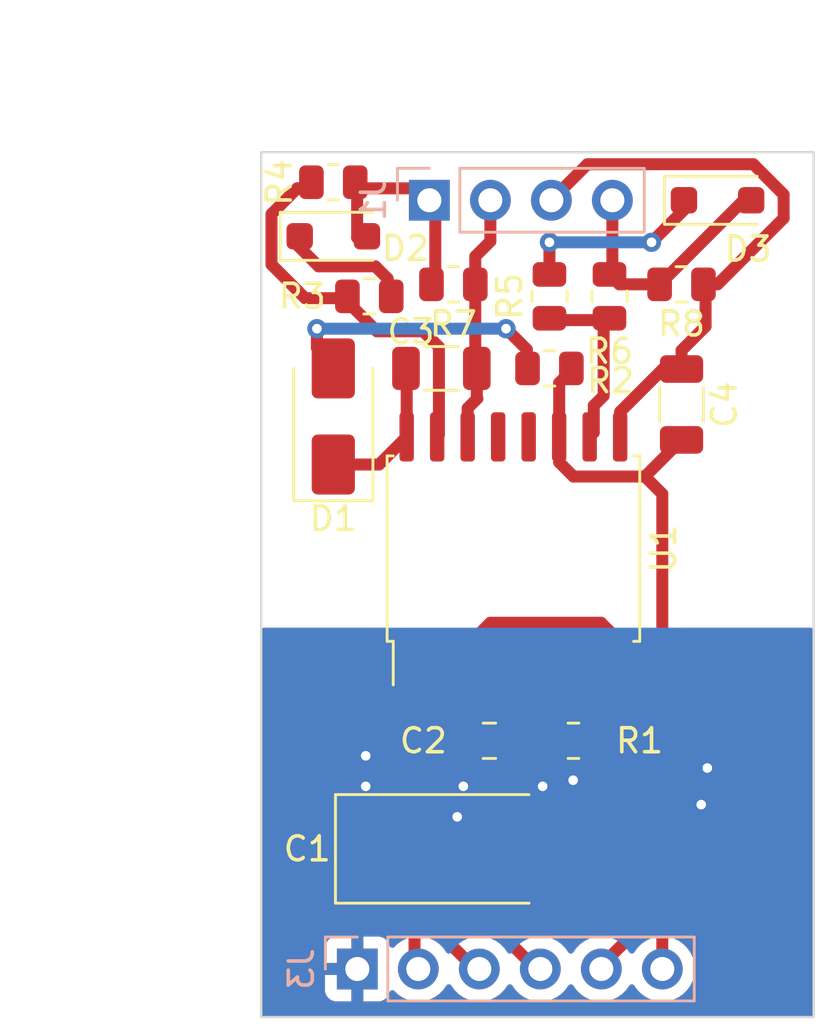
<source format=kicad_pcb>
(kicad_pcb (version 20221018) (generator pcbnew)
  (layers (0 "F.Cu" signal) (31 "B.Cu" signal) (34 "B.Paste" user) (35 "F.Paste" user) (36 "B.SilkS" user "B.Silkscreen") (37 "F.SilkS" user "F.Silkscreen") (38 "B.Mask" user) (39 "F.Mask" user) (44 "Edge.Cuts" user))
  (net 0 "")
  (net 1 "GND")
  (net 2 "+3.3V")
  (net 3 "Net-(U1-DT)")
  (net 4 "Net-(D1-K)")
  (net 5 "/PHASE")
  (net 6 "+15V")
  (net 7 "Net-(D1-A)")
  (net 8 "Net-(D2-K)")
  (net 9 "/PH")
  (net 10 "Net-(D3-K)")
  (net 11 "/PL")
  (net 12 "Net-(U1-OutA)")
  (net 13 "Net-(U1-OutB)")
  (net 14 "/H")
  (net 15 "/L")
  (net 16 "/DISABLE")
  (net 17 "PHASE_GROUND")
  (footprint "Diode_SMD:D_SOD-123F" (layer "F.Cu") (at 148 96)
    (fp_text reference "D3" (at 1.27 2.032) (layer "F.SilkS"))
    (fp_text value "DSS34")
    (fp_line (start -2.21 -1) (end -2.21 1) (stroke (width 0.12)) (layer "F.SilkS"))
    (fp_line (start -2.21 -1) (end 1.65 -1) (stroke (width 0.12)) (layer "F.SilkS"))
    (fp_line (start -2.21 1) (end 1.65 1) (stroke (width 0.12)) (layer "F.SilkS"))
    (pad "1" smd roundrect (at -1.4 0) (size 1.1 1.1) (layers "F.Cu" "F.Paste" "F.Mask") (roundrect_rratio 0.2272727273) (net 10 "Net-(D3-K)"))
    (pad "2" smd roundrect (at 1.4 0) (size 1.1 1.1) (layers "F.Cu" "F.Paste" "F.Mask") (roundrect_rratio 0.2272727273) (net 11 "/PL"))
  )
  (footprint "Package_SO:SOIC-16W_7.5x10.3mm_P1.27mm" (layer "F.Cu") (at 139.5 110.5 90)
    (fp_text reference "U1" (at 0 6.25 90) (layer "F.SilkS"))
    (fp_text value "NSi6602B-DSWR")
    (fp_line (start -3.86 -5.26) (end -3.86 -5.005) (stroke (width 0.12)) (layer "F.SilkS"))
    (fp_line (start -3.86 -5.005) (end -5.675 -5.005) (stroke (width 0.12)) (layer "F.SilkS"))
    (fp_line (start -3.86 5.26) (end -3.86 5.005) (stroke (width 0.12)) (layer "F.SilkS"))
    (fp_line (start 0 -5.26) (end -3.86 -5.26) (stroke (width 0.12)) (layer "F.SilkS"))
    (fp_line (start 0 -5.26) (end 3.86 -5.26) (stroke (width 0.12)) (layer "F.SilkS"))
    (fp_line (start 0 5.26) (end -3.86 5.26) (stroke (width 0.12)) (layer "F.SilkS"))
    (fp_line (start 0 5.26) (end 3.86 5.26) (stroke (width 0.12)) (layer "F.SilkS"))
    (fp_line (start 3.86 -5.26) (end 3.86 -5.005) (stroke (width 0.12)) (layer "F.SilkS"))
    (fp_line (start 3.86 5.26) (end 3.86 5.005) (stroke (width 0.12)) (layer "F.SilkS"))
    (pad "1" smd roundrect (at -4.65 -4.445 90) (size 2.05 0.6) (layers "F.Cu" "F.Paste" "F.Mask") (net 14 "/H"))
    (pad "2" smd roundrect (at -4.65 -3.175 90) (size 2.05 0.6) (layers "F.Cu" "F.Paste" "F.Mask") (net 15 "/L"))
    (pad "3" smd roundrect (at -4.65 -1.905 90) (size 2.05 0.6) (layers "F.Cu" "F.Paste" "F.Mask") (net 2 "+3.3V"))
    (pad "4" smd roundrect (at -4.65 -0.635 90) (size 2.05 0.6) (layers "F.Cu" "F.Paste" "F.Mask") (net 1 "GND"))
    (pad "5" smd roundrect (at -4.65 0.635 90) (size 2.05 0.6) (layers "F.Cu" "F.Paste" "F.Mask") (net 16 "/DISABLE"))
    (pad "6" smd roundrect (at -4.65 1.905 90) (size 2.05 0.6) (layers "F.Cu" "F.Paste" "F.Mask") (net 3 "Net-(U1-DT)"))
    (pad "7" smd roundrect (at -4.65 3.175 90) (size 2.05 0.6) (layers "F.Cu" "F.Paste" "F.Mask"))
    (pad "8" smd roundrect (at -4.65 4.445 90) (size 2.05 0.6) (layers "F.Cu" "F.Paste" "F.Mask") (net 2 "+3.3V"))
    (pad "9" smd roundrect (at 4.65 4.445 90) (size 2.05 0.6) (layers "F.Cu" "F.Paste" "F.Mask") (net 17 "PHASE_GROUND"))
    (pad "10" smd roundrect (at 4.65 3.175 90) (size 2.05 0.6) (layers "F.Cu" "F.Paste" "F.Mask") (net 13 "Net-(U1-OutB)"))
    (pad "11" smd roundrect (at 4.65 1.905 90) (size 2.05 0.6) (layers "F.Cu" "F.Paste" "F.Mask") (net 6 "+15V"))
    (pad "12" smd roundrect (at 4.65 0.635 90) (size 2.05 0.6) (layers "F.Cu" "F.Paste" "F.Mask"))
    (pad "13" smd roundrect (at 4.65 -0.635 90) (size 2.05 0.6) (layers "F.Cu" "F.Paste" "F.Mask"))
    (pad "14" smd roundrect (at 4.65 -1.905 90) (size 2.05 0.6) (layers "F.Cu" "F.Paste" "F.Mask") (net 5 "/PHASE"))
    (pad "15" smd roundrect (at 4.65 -3.175 90) (size 2.05 0.6) (layers "F.Cu" "F.Paste" "F.Mask") (net 12 "Net-(U1-OutA)"))
    (pad "16" smd roundrect (at 4.65 -4.445 90) (size 2.05 0.6) (layers "F.Cu" "F.Paste" "F.Mask") (net 4 "Net-(D1-K)"))
  )
  (footprint "Capacitor_SMD:C_0805_2012Metric" (layer "F.Cu") (at 138.5 118.5 180)
    (fp_text reference "C2" (at 2.75 0) (layer "F.SilkS"))
    (fp_text value "100n")
    (fp_line (start -0.261252 -0.735) (end 0.261252 -0.735) (stroke (width 0.12)) (layer "F.SilkS"))
    (fp_line (start -0.261252 0.735) (end 0.261252 0.735) (stroke (width 0.12)) (layer "F.SilkS"))
    (pad "1" smd roundrect (at -0.95 0 180) (size 1 1.45) (layers "F.Cu" "F.Paste" "F.Mask") (net 3 "Net-(U1-DT)"))
    (pad "2" smd roundrect (at 0.95 0 180) (size 1 1.45) (layers "F.Cu" "F.Paste" "F.Mask") (net 1 "GND"))
  )
  (footprint "Resistor_SMD:R_0805_2012Metric" (layer "F.Cu") (at 137 99.5 180)
    (fp_text reference "R7" (at 0 -1.65) (layer "F.SilkS"))
    (fp_text value "4.7k")
    (fp_line (start -0.227064 -0.735) (end 0.227064 -0.735) (stroke (width 0.12)) (layer "F.SilkS"))
    (fp_line (start -0.227064 0.735) (end 0.227064 0.735) (stroke (width 0.12)) (layer "F.SilkS"))
    (pad "1" smd roundrect (at -0.9125 0 180) (size 1.025 1.4) (layers "F.Cu" "F.Paste" "F.Mask") (roundrect_rratio 0.243902) (net 5 "/PHASE"))
    (pad "2" smd roundrect (at 0.9125 0 180) (size 1.025 1.4) (layers "F.Cu" "F.Paste" "F.Mask") (roundrect_rratio 0.243902) (net 9 "/PH"))
  )
  (footprint "Capacitor_Tantalum_SMD:CP_EIA-7343-31_Kemet-D" (layer "F.Cu") (at 136.5 123)
    (fp_text reference "C1" (at -5.588 0) (layer "F.SilkS"))
    (fp_text value "47u 25v Tant")
    (fp_line (start -4.41 -2.26) (end -4.41 2.26) (stroke (width 0.12)) (layer "F.SilkS"))
    (fp_line (start -4.41 2.26) (end 3.65 2.26) (stroke (width 0.12)) (layer "F.SilkS"))
    (fp_line (start 3.65 -2.26) (end -4.41 -2.26) (stroke (width 0.12)) (layer "F.SilkS"))
    (pad "1" smd roundrect (at -3.1125 0) (size 2.075 2.55) (layers "F.Cu" "F.Paste" "F.Mask") (roundrect_rratio 0.120482) (net 1 "GND"))
    (pad "2" smd roundrect (at 3.1125 0) (size 2.075 2.55) (layers "F.Cu" "F.Paste" "F.Mask") (roundrect_rratio 0.120482) (net 2 "+3.3V"))
  )
  (footprint "Resistor_SMD:R_0805_2012Metric" (layer "F.Cu") (at 146.5 99.5 180)
    (fp_text reference "R8" (at 0 -1.65) (layer "F.SilkS"))
    (fp_text value "4.7k")
    (fp_line (start -0.227064 -0.735) (end 0.227064 -0.735) (stroke (width 0.12)) (layer "F.SilkS"))
    (fp_line (start -0.227064 0.735) (end 0.227064 0.735) (stroke (width 0.12)) (layer "F.SilkS"))
    (pad "1" smd roundrect (at -0.9125 0 180) (size 1.025 1.4) (layers "F.Cu" "F.Paste" "F.Mask") (roundrect_rratio 0.243902) (net 17 "PHASE_GROUND"))
    (pad "2" smd roundrect (at 0.9125 0 180) (size 1.025 1.4) (layers "F.Cu" "F.Paste" "F.Mask") (roundrect_rratio 0.243902) (net 11 "/PL"))
  )
  (footprint "Capacitor_SMD:C_1206_3216Metric" (layer "F.Cu") (at 136.5 103)
    (fp_text reference "C3" (at -1.27 -1.524) (layer "F.SilkS"))
    (fp_text value "4.7u 50v")
    (fp_line (start -0.711252 -0.91) (end 0.711252 -0.91) (stroke (width 0.12)) (layer "F.SilkS"))
    (fp_line (start -0.711252 0.91) (end 0.711252 0.91) (stroke (width 0.12)) (layer "F.SilkS"))
    (pad "1" smd roundrect (at -1.475 0) (size 1.15 1.8) (layers "F.Cu" "F.Paste" "F.Mask") (roundrect_rratio 0.217391) (net 4 "Net-(D1-K)"))
    (pad "2" smd roundrect (at 1.475 0) (size 1.15 1.8) (layers "F.Cu" "F.Paste" "F.Mask") (roundrect_rratio 0.217391) (net 5 "/PHASE"))
  )
  (footprint "Diode_SMD:D_SOD-123F" (layer "F.Cu") (at 132 97.5)
    (fp_text reference "D2" (at 3 0.5 180) (layer "F.SilkS"))
    (fp_text value "DSS34")
    (fp_line (start -2.21 -1) (end -2.21 1) (stroke (width 0.12)) (layer "F.SilkS"))
    (fp_line (start -2.21 -1) (end 1.65 -1) (stroke (width 0.12)) (layer "F.SilkS"))
    (fp_line (start -2.21 1) (end 1.65 1) (stroke (width 0.12)) (layer "F.SilkS"))
    (pad "1" smd roundrect (at -1.4 0) (size 1.1 1.1) (layers "F.Cu" "F.Paste" "F.Mask") (roundrect_rratio 0.2272727273) (net 8 "Net-(D2-K)"))
    (pad "2" smd roundrect (at 1.4 0) (size 1.1 1.1) (layers "F.Cu" "F.Paste" "F.Mask") (roundrect_rratio 0.2272727273) (net 9 "/PH"))
  )
  (footprint "Resistor_SMD:R_0805_2012Metric" (layer "F.Cu") (at 133.5 100)
    (fp_text reference "R3" (at -2.794 0) (layer "F.SilkS"))
    (fp_text value "2r2")
    (fp_line (start -0.227064 -0.735) (end 0.227064 -0.735) (stroke (width 0.12)) (layer "F.SilkS"))
    (fp_line (start -0.227064 0.735) (end 0.227064 0.735) (stroke (width 0.12)) (layer "F.SilkS"))
    (pad "1" smd roundrect (at -0.9125 0) (size 1.025 1.4) (layers "F.Cu" "F.Paste" "F.Mask") (roundrect_rratio 0.243902) (net 12 "Net-(U1-OutA)"))
    (pad "2" smd roundrect (at 0.9125 0) (size 1.025 1.4) (layers "F.Cu" "F.Paste" "F.Mask") (roundrect_rratio 0.243902) (net 8 "Net-(D2-K)"))
  )
  (footprint "Resistor_SMD:R_0805_2012Metric" (layer "F.Cu") (at 142 118.5)
    (fp_text reference "R1" (at 2.75 0) (layer "F.SilkS"))
    (fp_text value "20k")
    (fp_line (start -0.227064 -0.735) (end 0.227064 -0.735) (stroke (width 0.12)) (layer "F.SilkS"))
    (fp_line (start -0.227064 0.735) (end 0.227064 0.735) (stroke (width 0.12)) (layer "F.SilkS"))
    (pad "1" smd roundrect (at -0.9125 0) (size 1.025 1.4) (layers "F.Cu" "F.Paste" "F.Mask") (roundrect_rratio 0.243902) (net 3 "Net-(U1-DT)"))
    (pad "2" smd roundrect (at 0.9125 0) (size 1.025 1.4) (layers "F.Cu" "F.Paste" "F.Mask") (roundrect_rratio 0.243902) (net 1 "GND"))
  )
  (footprint "Resistor_SMD:R_0805_2012Metric" (layer "F.Cu") (at 141 103 180)
    (fp_text reference "R2" (at -2.54 -0.508) (layer "F.SilkS"))
    (fp_text value "2r2")
    (fp_line (start -0.227064 -0.735) (end 0.227064 -0.735) (stroke (width 0.12)) (layer "F.SilkS"))
    (fp_line (start -0.227064 0.735) (end 0.227064 0.735) (stroke (width 0.12)) (layer "F.SilkS"))
    (pad "1" smd roundrect (at -0.9125 0 180) (size 1.025 1.4) (layers "F.Cu" "F.Paste" "F.Mask") (roundrect_rratio 0.243902) (net 6 "+15V"))
    (pad "2" smd roundrect (at 0.9125 0 180) (size 1.025 1.4) (layers "F.Cu" "F.Paste" "F.Mask") (roundrect_rratio 0.243902) (net 7 "Net-(D1-A)"))
  )
  (footprint "Resistor_SMD:R_0805_2012Metric" (layer "F.Cu") (at 143.5 100 90)
    (fp_text reference "R6" (at -2.286 0) (layer "F.SilkS"))
    (fp_text value "2r2")
    (fp_line (start -0.227064 -0.735) (end 0.227064 -0.735) (stroke (width 0.12)) (layer "F.SilkS"))
    (fp_line (start -0.227064 0.735) (end 0.227064 0.735) (stroke (width 0.12)) (layer "F.SilkS"))
    (pad "1" smd roundrect (at -0.9125 0 90) (size 1.025 1.4) (layers "F.Cu" "F.Paste" "F.Mask") (roundrect_rratio 0.243902) (net 13 "Net-(U1-OutB)"))
    (pad "2" smd roundrect (at 0.9125 0 90) (size 1.025 1.4) (layers "F.Cu" "F.Paste" "F.Mask") (roundrect_rratio 0.243902) (net 11 "/PL"))
  )
  (footprint "Diode_SMD:D_SMA" (layer "F.Cu") (at 132 105 90)
    (fp_text reference "D1" (at -4.25 0 180) (layer "F.SilkS"))
    (fp_text value "SS520F")
    (fp_line (start -3.51 -1.65) (end -3.51 1.65) (stroke (width 0.12)) (layer "F.SilkS"))
    (fp_line (start -3.51 -1.65) (end 2 -1.65) (stroke (width 0.12)) (layer "F.SilkS"))
    (fp_line (start -3.51 1.65) (end 2 1.65) (stroke (width 0.12)) (layer "F.SilkS"))
    (pad "1" smd roundrect (at -2 0 90) (size 2.5 1.8) (layers "F.Cu" "F.Paste" "F.Mask") (roundrect_rratio 0.1388888889) (net 4 "Net-(D1-K)"))
    (pad "2" smd roundrect (at 2 0 90) (size 2.5 1.8) (layers "F.Cu" "F.Paste" "F.Mask") (roundrect_rratio 0.1388888889) (net 7 "Net-(D1-A)"))
  )
  (footprint "Resistor_SMD:R_0805_2012Metric" (layer "F.Cu") (at 132 95.25)
    (fp_text reference "R4" (at -2.25 0 90) (layer "F.SilkS"))
    (fp_text value "2r2")
    (fp_line (start -0.227064 -0.735) (end 0.227064 -0.735) (stroke (width 0.12)) (layer "F.SilkS"))
    (fp_line (start -0.227064 0.735) (end 0.227064 0.735) (stroke (width 0.12)) (layer "F.SilkS"))
    (pad "1" smd roundrect (at -0.9125 0) (size 1.025 1.4) (layers "F.Cu" "F.Paste" "F.Mask") (roundrect_rratio 0.243902) (net 12 "Net-(U1-OutA)"))
    (pad "2" smd roundrect (at 0.9125 0) (size 1.025 1.4) (layers "F.Cu" "F.Paste" "F.Mask") (roundrect_rratio 0.243902) (net 9 "/PH"))
  )
  (footprint "Resistor_SMD:R_0805_2012Metric" (layer "F.Cu") (at 141 100 90)
    (fp_text reference "R5" (at 0 -1.65 90) (layer "F.SilkS"))
    (fp_text value "2r2")
    (fp_line (start -0.227064 -0.735) (end 0.227064 -0.735) (stroke (width 0.12)) (layer "F.SilkS"))
    (fp_line (start -0.227064 0.735) (end 0.227064 0.735) (stroke (width 0.12)) (layer "F.SilkS"))
    (pad "1" smd roundrect (at -0.9125 0 90) (size 1.025 1.4) (layers "F.Cu" "F.Paste" "F.Mask") (roundrect_rratio 0.243902) (net 13 "Net-(U1-OutB)"))
    (pad "2" smd roundrect (at 0.9125 0 90) (size 1.025 1.4) (layers "F.Cu" "F.Paste" "F.Mask") (roundrect_rratio 0.243902) (net 10 "Net-(D3-K)"))
  )
  (footprint "Capacitor_SMD:C_1206_3216Metric" (layer "F.Cu") (at 146.5 104.5 90)
    (fp_text reference "C4" (at 0 1.778 90) (layer "F.SilkS"))
    (fp_text value "4.7u 50v")
    (fp_line (start -0.711252 -0.91) (end 0.711252 -0.91) (stroke (width 0.12)) (layer "F.SilkS"))
    (fp_line (start -0.711252 0.91) (end 0.711252 0.91) (stroke (width 0.12)) (layer "F.SilkS"))
    (pad "1" smd roundrect (at -1.475 0 90) (size 1.15 1.8) (layers "F.Cu" "F.Paste" "F.Mask") (roundrect_rratio 0.217391) (net 6 "+15V"))
    (pad "2" smd roundrect (at 1.475 0 90) (size 1.15 1.8) (layers "F.Cu" "F.Paste" "F.Mask") (roundrect_rratio 0.217391) (net 17 "PHASE_GROUND"))
  )
  (footprint "Connector_PinHeader_2.54mm:PinHeader_1x06_P2.54mm_Vertical" (layer "B.Cu") (at 133 128 -90)
    (fp_text reference "J3" (at 0 2.33 90) (layer "B.SilkS") (effects (justify mirror)))
    (fp_text value "Input")
    (fp_line (start -1.33 -14.03) (end 1.33 -14.03) (stroke (width 0.12)) (layer "B.SilkS"))
    (fp_line (start -1.33 -1.27) (end -1.33 -14.03) (stroke (width 0.12)) (layer "B.SilkS"))
    (fp_line (start -1.33 -1.27) (end 1.33 -1.27) (stroke (width 0.12)) (layer "B.SilkS"))
    (fp_line (start -1.33 0) (end -1.33 1.33) (stroke (width 0.12)) (layer "B.SilkS"))
    (fp_line (start -1.33 1.33) (end 0 1.33) (stroke (width 0.12)) (layer "B.SilkS"))
    (fp_line (start 1.33 -1.27) (end 1.33 -14.03) (stroke (width 0.12)) (layer "B.SilkS"))
    (pad "1" thru_hole rect (at 0 0 270) (size 1.7 1.7) (drill 1) (layers "*.Cu" "*.Mask") (net 1 "GND"))
    (pad "2" thru_hole oval (at 0 -2.54 270) (size 1.7 1.7) (drill 1) (layers "*.Cu" "*.Mask") (net 14 "/H"))
    (pad "3" thru_hole oval (at 0 -5.08 270) (size 1.7 1.7) (drill 1) (layers "*.Cu" "*.Mask") (net 15 "/L"))
    (pad "4" thru_hole oval (at 0 -7.62 270) (size 1.7 1.7) (drill 1) (layers "*.Cu" "*.Mask") (net 16 "/DISABLE"))
    (pad "5" thru_hole oval (at 0 -10.16 270) (size 1.7 1.7) (drill 1) (layers "*.Cu" "*.Mask") (net 2 "+3.3V"))
    (pad "6" thru_hole oval (at 0 -12.7 270) (size 1.7 1.7) (drill 1) (layers "*.Cu" "*.Mask") (net 6 "+15V"))
  )
  (footprint "Connector_PinHeader_2.54mm:PinHeader_1x04_P2.54mm_Vertical" (layer "B.Cu") (at 136 96 -90)
    (fp_text reference "J1" (at 0 2.33 90) (layer "B.SilkS") (effects (justify mirror)))
    (fp_text value "Output")
    (fp_line (start -1.33 -8.95) (end 1.33 -8.95) (stroke (width 0.12)) (layer "B.SilkS"))
    (fp_line (start -1.33 -1.27) (end -1.33 -8.95) (stroke (width 0.12)) (layer "B.SilkS"))
    (fp_line (start -1.33 -1.27) (end 1.33 -1.27) (stroke (width 0.12)) (layer "B.SilkS"))
    (fp_line (start -1.33 0) (end -1.33 1.33) (stroke (width 0.12)) (layer "B.SilkS"))
    (fp_line (start -1.33 1.33) (end 0 1.33) (stroke (width 0.12)) (layer "B.SilkS"))
    (fp_line (start 1.33 -1.27) (end 1.33 -8.95) (stroke (width 0.12)) (layer "B.SilkS"))
    (pad "1" thru_hole rect (at 0 0 270) (size 1.7 1.7) (drill 1) (layers "*.Cu" "*.Mask") (net 9 "/PH"))
    (pad "2" thru_hole oval (at 0 -2.54 270) (size 1.7 1.7) (drill 1) (layers "*.Cu" "*.Mask") (net 5 "/PHASE"))
    (pad "3" thru_hole oval (at 0 -5.08 270) (size 1.7 1.7) (drill 1) (layers "*.Cu" "*.Mask") (net 17 "PHASE_GROUND"))
    (pad "4" thru_hole oval (at 0 -7.62 270) (size 1.7 1.7) (drill 1) (layers "*.Cu" "*.Mask") (net 11 "/PL"))
  )
  (gr_rect (start 129 94) (end 152 130) (stroke (width 0.1)) (fill none) (layer "Edge.Cuts"))
  (segment (start 137.734 117.266) (end 137.734 118.364) (width 0.5) (layer "F.Cu") (net 1))
  (segment (start 138.938 116.062) (end 137.734 117.266) (width 0.5) (layer "F.Cu") (net 1))
  (segment (start 138.938 115.062) (end 138.938 116.062) (width 0.5) (layer "F.Cu") (net 1))
  (via (at 141.986 120.142) (size 0.8) (drill 0.4) (layers "F.Cu" "B.Cu") (net 1))
  (via (at 137.16 121.666) (size 0.8) (drill 0.4) (layers "F.Cu" "B.Cu") (net 1))
  (via (at 137.414 120.396) (size 0.8) (drill 0.4) (layers "F.Cu" "B.Cu") (net 1))
  (via (at 140.716 120.396) (size 0.8) (drill 0.4) (layers "F.Cu" "B.Cu") (net 1))
  (via (at 147.32 121.158) (size 0.8) (drill 0.4) (layers "F.Cu" "B.Cu") (net 1))
  (via (at 133.35 120.396) (size 0.8) (drill 0.4) (layers "F.Cu" "B.Cu") (net 1))
  (via (at 133.35 119.126) (size 0.8) (drill 0.4) (layers "F.Cu" "B.Cu") (net 1))
  (via (at 147.574 119.634) (size 0.8) (drill 0.4) (layers "F.Cu" "B.Cu") (net 1))
  (segment (start 144.018 114.458472) (end 143.146528 113.587) (width 0.5) (layer "F.Cu") (net 2))
  (segment (start 139.7645 123.19) (end 140.97 123.19) (width 0.5) (layer "F.Cu") (net 2))
  (segment (start 144.526 119.634) (end 144.526 126.492) (width 0.5) (layer "F.Cu") (net 2))
  (segment (start 144.526 115.57) (end 144.526 119.634) (width 0.5) (layer "F.Cu") (net 2))
  (segment (start 143.146528 113.587) (end 138.539472 113.587) (width 0.5) (layer "F.Cu") (net 2))
  (segment (start 144.018 115.062) (end 144.526 115.57) (width 0.5) (layer "F.Cu") (net 2))
  (segment (start 137.668 114.458472) (end 137.668 115.062) (width 0.5) (layer "F.Cu") (net 2))
  (segment (start 144.526 126.492) (end 143.002 128.016) (width 0.5) (layer "F.Cu") (net 2))
  (segment (start 140.97 123.19) (end 144.526 119.634) (width 0.5) (layer "F.Cu") (net 2))
  (segment (start 138.539472 113.587) (end 137.668 114.458472) (width 0.5) (layer "F.Cu") (net 2))
  (segment (start 144.018 115.062) (end 144.018 114.458472) (width 0.5) (layer "F.Cu") (net 2))
  (segment (start 141.478 115.062) (end 141.478 118.2135) (width 0.5) (layer "F.Cu") (net 3))
  (segment (start 141.3275 118.364) (end 139.634 118.364) (width 0.5) (layer "F.Cu") (net 3))
  (segment (start 135.055 103.03) (end 135.025 103) (width 0.5) (layer "F.Cu") (net 4))
  (segment (start 135.055 105.85) (end 135.055 103.03) (width 0.5) (layer "F.Cu") (net 4))
  (segment (start 132.5 107) (end 133.905 107) (width 0.5) (layer "F.Cu") (net 4))
  (segment (start 133.905 107) (end 135.055 105.85) (width 0.5) (layer "F.Cu") (net 4))
  (segment (start 137.9125 99.5) (end 137.9125 98.3375) (width 0.5) (layer "F.Cu") (net 5))
  (segment (start 137.9125 102.9375) (end 137.975 103) (width 0.5) (layer "F.Cu") (net 5))
  (segment (start 137.9125 99.5) (end 137.9125 102.9375) (width 0.5) (layer "F.Cu") (net 5))
  (segment (start 137.975 104.225) (end 137.975 103) (width 0.5) (layer "F.Cu") (net 5))
  (segment (start 137.595 104.655) (end 138 104.25) (width 0.5) (layer "F.Cu") (net 5))
  (segment (start 138.54 97.71) (end 138.54 96) (width 0.5) (layer "F.Cu") (net 5))
  (segment (start 137.9125 98.3375) (end 138.54 97.71) (width 0.5) (layer "F.Cu") (net 5))
  (segment (start 138 104.25) (end 137.975 104.225) (width 0.5) (layer "F.Cu") (net 5))
  (segment (start 137.595 105.85) (end 137.595 104.655) (width 0.5) (layer "F.Cu") (net 5))
  (segment (start 144.975 107.5) (end 142 107.5) (width 0.5) (layer "F.Cu") (net 6))
  (segment (start 141.405 106.905) (end 141.405 103.6015) (width 0.5) (layer "F.Cu") (net 6))
  (segment (start 141.405 103.6015) (end 141.8825 103.124) (width 0.5) (layer "F.Cu") (net 6))
  (segment (start 145.7 108.225) (end 144.975 107.5) (width 0.5) (layer "F.Cu") (net 6))
  (segment (start 145.7 128) (end 145.7 108.225) (width 0.5) (layer "F.Cu") (net 6))
  (segment (start 142 107.5) (end 141.405 106.905) (width 0.5) (layer "F.Cu") (net 6))
  (segment (start 146.5 105.975) (end 144.975 107.5) (width 0.5) (layer "F.Cu") (net 6))
  (segment (start 140.0575 102.2115) (end 139.192 101.346) (width 0.5) (layer "F.Cu") (net 7))
  (segment (start 140.0575 103.124) (end 140.0575 102.2115) (width 0.5) (layer "F.Cu") (net 7))
  (segment (start 131.318 101.346) (end 131.318 102.14) (width 0.5) (layer "F.Cu") (net 7))
  (segment (start 131.318 102.14) (end 132.334 103.156) (width 0.5) (layer "F.Cu") (net 7))
  (via (at 131.318 101.346) (size 0.8) (drill 0.4) (layers "F.Cu" "B.Cu") (net 7))
  (via (at 139.192 101.346) (size 0.8) (drill 0.4) (layers "F.Cu" "B.Cu") (net 7))
  (segment (start 139.192 101.346) (end 131.318 101.346) (width 0.5) (layer "B.Cu") (net 7))
  (segment (start 133.75 98.75) (end 131.386 98.75) (width 0.5) (layer "F.Cu") (net 8))
  (segment (start 134.2625 99.2625) (end 133.75 98.75) (width 0.5) (layer "F.Cu") (net 8))
  (segment (start 134.2625 100.076) (end 134.2625 99.2625) (width 0.5) (layer "F.Cu") (net 8))
  (segment (start 131.386 98.75) (end 130.426 97.79) (width 0.5) (layer "F.Cu") (net 8))
  (segment (start 136.2475 96.3835) (end 136.2475 99.314) (width 0.5) (layer "F.Cu") (net 9))
  (segment (start 135.368 95.504) (end 136.2475 96.3835) (width 0.5) (layer "F.Cu") (net 9))
  (segment (start 132.9925 95.504) (end 135.368 95.504) (width 0.5) (layer "F.Cu") (net 9))
  (segment (start 132.9925 95.504) (end 132.9925 97.5565) (width 0.5) (layer "F.Cu") (net 9))
  (segment (start 132.9925 97.5565) (end 133.226 97.79) (width 0.5) (layer "F.Cu") (net 9))
  (segment (start 146.6 96.4) (end 145.25 97.75) (width 0.5) (layer "F.Cu") (net 10))
  (segment (start 146.6 96) (end 146.6 96.4) (width 0.5) (layer "F.Cu") (net 10))
  (segment (start 141 97.75) (end 141 99.0875) (width 0.5) (layer "F.Cu") (net 10))
  (via (at 145.25 97.75) (size 0.8) (drill 0.4) (layers "F.Cu" "B.Cu") (net 10))
  (via (at 141 97.75) (size 0.8) (drill 0.4) (layers "F.Cu" "B.Cu") (net 10))
  (segment (start 145.25 97.75) (end 141 97.75) (width 0.5) (layer "B.Cu") (net 10))
  (segment (start 143.62 96) (end 143.62 98.9675) (width 0.5) (layer "F.Cu") (net 11))
  (segment (start 149.0875 96) (end 145.5875 99.5) (width 0.5) (layer "F.Cu") (net 11))
  (segment (start 149.4 96) (end 149.0875 96) (width 0.5) (layer "F.Cu") (net 11))
  (segment (start 143.9125 99.5) (end 143.5 99.0875) (width 0.5) (layer "F.Cu") (net 11))
  (segment (start 145.5875 99.5) (end 143.9125 99.5) (width 0.5) (layer "F.Cu") (net 11))
  (segment (start 143.62 98.9675) (end 143.5 99.0875) (width 0.5) (layer "F.Cu") (net 11))
  (segment (start 135.746 101.456) (end 136.398 102.108) (width 0.5) (layer "F.Cu") (net 12))
  (segment (start 131.1675 95.504) (end 130.496 95.504) (width 0.5) (layer "F.Cu") (net 12))
  (segment (start 130.496 95.504) (end 129.426 96.574) (width 0.5) (layer "F.Cu") (net 12))
  (segment (start 132.4375 100.076) (end 133.8175 101.456) (width 0.5) (layer "F.Cu") (net 12))
  (segment (start 136.398 102.108) (end 136.398 105.762) (width 0.5) (layer "F.Cu") (net 12))
  (segment (start 130.826 100.076) (end 132.4375 100.076) (width 0.5) (layer "F.Cu") (net 12))
  (segment (start 133.8175 101.456) (end 135.746 101.456) (width 0.5) (layer "F.Cu") (net 12))
  (segment (start 129.426 96.574) (end 129.426 98.676) (width 0.5) (layer "F.Cu") (net 12))
  (segment (start 129.426 98.676) (end 130.826 100.076) (width 0.5) (layer "F.Cu") (net 12))
  (segment (start 143.256 104.14) (end 143.256 101.2425) (width 0.5) (layer "F.Cu") (net 13))
  (segment (start 143.256 101.2425) (end 143.51 100.9885) (width 0.5) (layer "F.Cu") (net 13))
  (segment (start 140.97 100.9885) (end 143.51 100.9885) (width 0.5) (layer "F.Cu") (net 13))
  (segment (start 142.748 105.762) (end 142.845 105.665) (width 0.5) (layer "F.Cu") (net 13))
  (segment (start 142.845 105.665) (end 142.845 104.551) (width 0.5) (layer "F.Cu") (net 13))
  (segment (start 142.845 104.551) (end 143.256 104.14) (width 0.5) (layer "F.Cu") (net 13))
  (segment (start 135.128 126.238) (end 135.382 126.492) (width 0.5) (layer "F.Cu") (net 14))
  (segment (start 135.382 126.492) (end 135.382 128.016) (width 0.5) (layer "F.Cu") (net 14))
  (segment (start 135.128 115.062) (end 135.128 126.238) (width 0.5) (layer "F.Cu") (net 14))
  (segment (start 136.197 115.263) (end 136.197 126.291) (width 0.5) (layer "F.Cu") (net 15))
  (segment (start 136.398 115.062) (end 136.197 115.263) (width 0.5) (layer "F.Cu") (net 15))
  (segment (start 136.197 126.291) (end 137.922 128.016) (width 0.5) (layer "F.Cu") (net 15))
  (segment (start 138 122.028082) (end 138 125.554) (width 0.5) (layer "F.Cu") (net 16))
  (segment (start 138.01 121.49) (end 138.01 122.018082) (width 0.5) (layer "F.Cu") (net 16))
  (segment (start 140.208 115.062) (end 140.208 116.075051) (width 0.5) (layer "F.Cu") (net 16))
  (segment (start 138.5 117.735051) (end 138.5 121) (width 0.5) (layer "F.Cu") (net 16))
  (segment (start 138.958051 117.325) (end 138.910051 117.325) (width 0.5) (layer "F.Cu") (net 16))
  (segment (start 138 125.554) (end 140.462 128.016) (width 0.5) (layer "F.Cu") (net 16))
  (segment (start 138.910051 117.325) (end 138.5 117.735051) (width 0.5) (layer "F.Cu") (net 16))
  (segment (start 138.5 121) (end 138.01 121.49) (width 0.5) (layer "F.Cu") (net 16))
  (segment (start 140.208 116.075051) (end 138.958051 117.325) (width 0.5) (layer "F.Cu") (net 16))
  (segment (start 138.01 122.018082) (end 138 122.028082) (width 0.5) (layer "F.Cu") (net 16))
  (segment (start 148 99.5) (end 150.75 96.75) (width 0.5) (layer "F.Cu") (net 17))
  (segment (start 143.945 105.85) (end 143.945 104.805) (width 0.5) (layer "F.Cu") (net 17))
  (segment (start 146.5 102.25) (end 147.5 101.25) (width 0.5) (layer "F.Cu") (net 17))
  (segment (start 145.725 103.025) (end 146.5 103.025) (width 0.5) (layer "F.Cu") (net 17))
  (segment (start 143.945 104.805) (end 145.725 103.025) (width 0.5) (layer "F.Cu") (net 17))
  (segment (start 142.58 94.5) (end 141.08 96) (width 0.5) (layer "F.Cu") (net 17))
  (segment (start 146.5 103.025) (end 146.5 102.25) (width 0.5) (layer "F.Cu") (net 17))
  (segment (start 147.5 101.25) (end 147.5 99.5875) (width 0.5) (layer "F.Cu") (net 17))
  (segment (start 147.4125 99.5) (end 148 99.5) (width 0.5) (layer "F.Cu") (net 17))
  (segment (start 149.489949 94.5) (end 142.58 94.5) (width 0.5) (layer "F.Cu") (net 17))
  (segment (start 150.75 95.760051) (end 149.489949 94.5) (width 0.5) (layer "F.Cu") (net 17))
  (segment (start 150.75 96.75) (end 150.75 95.760051) (width 0.5) (layer "F.Cu") (net 17))
  (segment (start 147.5 99.5875) (end 147.4125 99.5) (width 0.5) (layer "F.Cu") (net 17))
  (zone (net 1) (net_name "GND") (layers "F&B.Cu") (connect_pads (clearance 0.5)) (min_thickness 0.25) (fill yes (thermal_gap 0.5) (thermal_bridge_width 0.5))
    (polygon (pts (xy 128.27 130.302) (xy 152.654 130.302) (xy 152.654 113.792) (xy 128.27 113.792)))
  )
)
</source>
